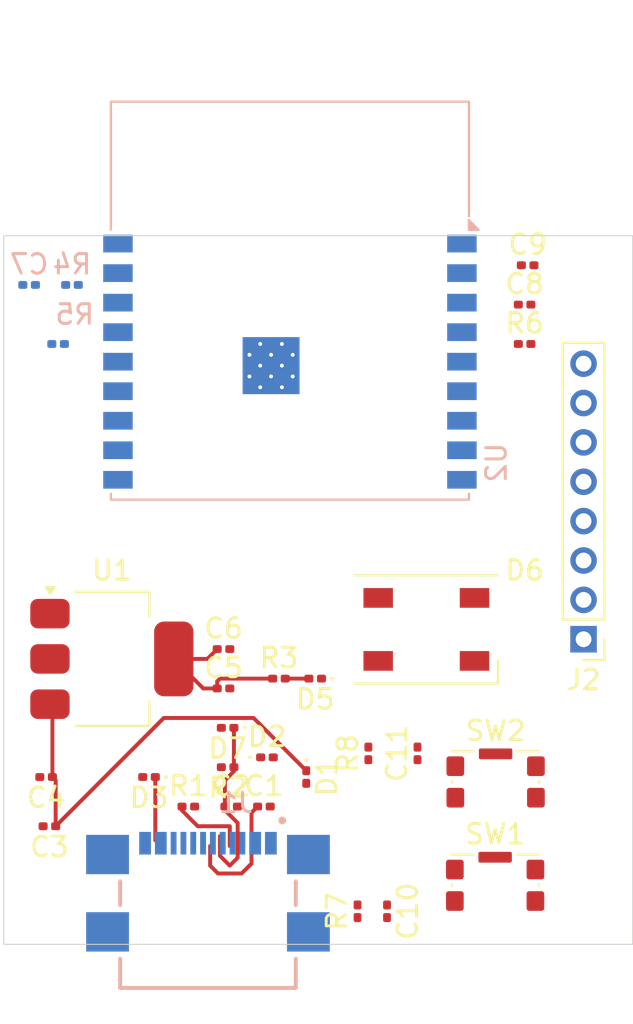
<source format=kicad_pcb>
(kicad_pcb (version 20240108) (generator "pcbnew") (generator_version "8.0")
  (layers (0 "F.Cu" signal) (31 "B.Cu" signal) (34 "B.Paste" user) (35 "F.Paste" user) (36 "B.SilkS" user "B.Silkscreen") (37 "F.SilkS" user "F.Silkscreen") (38 "B.Mask" user) (39 "F.Mask" user) (44 "Edge.Cuts" user))
  (net 0 "")
  (net 1 "/D+")
  (net 2 "GND")
  (net 3 "/D-")
  (net 4 "VCC_5V")
  (net 5 "ESP_3v3")
  (net 6 "/CHIP_PU")
  (net 7 "/GPIO9")
  (net 8 "Net-(D1-A)")
  (net 9 "Net-(D5-A)")
  (net 11 "/RGB")
  (net 12 "Net-(J1-CC1)")
  (net 13 "Net-(U2-IO8)")
  (net 14 "CS")
  (net 16 "DIN")
  (net 17 "DC")
  (net 18 "CLK")
  (net 21 "BL")
  (net 22 "RTS")
  (footprint "Diode_SMD:D_0201_0603Metric" (layer "F.Cu") (at 62.39 72.5 -90)
    (property "Reference" "D1" (at 0 -1.05 -90) (layer "F.SilkS"))
    (property "Value" "1N5819" (hide yes))
    (fp_circle (center -0.86 0) (end -0.81 0) (stroke (width 0.1)) (fill none) (layer "F.SilkS"))
    (pad "1" smd roundrect (at -0.32 0 270) (size 0.46 0.4) (layers "F.Cu" "F.Mask") (net 4 "VCC_5V"))
    (pad "2" smd roundrect (at 0.32 0 270) (size 0.46 0.4) (layers "F.Cu" "F.Mask") (net 8 "Net-(D1-A)"))
  )
  (footprint "Connector_PinHeader_2.00mm:PinHeader_1x08_P2.00mm_Vertical" (layer "F.Cu") (at 76.5 65.5 180)
    (property "Reference" "J2" (at 0 -2.06 0) (layer "F.SilkS"))
    (property "Value" "Conn_01x08_Pin" (hide yes))
    (fp_line (start 1.06 1) (end 1.06 15.06) (stroke (width 0.12)) (layer "F.SilkS"))
    (fp_line (start -1.06 15.06) (end 1.06 15.06) (stroke (width 0.12)) (layer "F.SilkS"))
    (fp_line (start -1.06 1) (end 1.06 1) (stroke (width 0.12)) (layer "F.SilkS"))
    (fp_line (start -1.06 1) (end -1.06 15.06) (stroke (width 0.12)) (layer "F.SilkS"))
    (fp_line (start -1.06 0) (end -1.06 -1.06) (stroke (width 0.12)) (layer "F.SilkS"))
    (fp_line (start -1.06 -1.06) (end 0 -1.06) (stroke (width 0.12)) (layer "F.SilkS"))
    (pad "1" thru_hole rect (at 0 0 180) (size 1.35 1.35) (drill 0.8) (layers "*.Cu" "*.Mask") (net 5 "ESP_3v3"))
    (pad "2" thru_hole oval (at 0 2 180) (size 1.35 1.35) (drill 0.8) (layers "*.Cu" "*.Mask") (net 2 "GND"))
    (pad "3" thru_hole oval (at 0 4 180) (size 1.35 1.35) (drill 0.8) (layers "*.Cu" "*.Mask") (net 16 "DIN"))
    (pad "4" thru_hole oval (at 0 6 180) (size 1.35 1.35) (drill 0.8) (layers "*.Cu" "*.Mask") (net 18 "CLK"))
    (pad "5" thru_hole oval (at 0 8 180) (size 1.35 1.35) (drill 0.8) (layers "*.Cu" "*.Mask") (net 14 "CS"))
    (pad "6" thru_hole oval (at 0 10 180) (size 1.35 1.35) (drill 0.8) (layers "*.Cu" "*.Mask") (net 17 "DC"))
    (pad "7" thru_hole oval (at 0 12 180) (size 1.35 1.35) (drill 0.8) (layers "*.Cu" "*.Mask") (net 22 "RTS"))
    (pad "8" thru_hole oval (at 0 14 180) (size 1.35 1.35) (drill 0.8) (layers "*.Cu" "*.Mask") (net 21 "BL"))
  )
  (footprint "Capacitor_SMD:C_0201_0603Metric" (layer "F.Cu") (at 58.18 66)
    (property "Reference" "C6" (at 0 -1.05 0) (layer "F.SilkS"))
    (property "Value" "100nF" (hide yes))
    (pad "1" smd roundrect (at -0.32 0) (size 0.46 0.4) (layers "F.Cu" "F.Mask") (net 5 "ESP_3v3"))
    (pad "2" smd roundrect (at 0.32 0) (size 0.46 0.4) (layers "F.Cu" "F.Mask") (net 2 "GND"))
  )
  (footprint "Capacitor_SMD:C_0201_0603Metric" (layer "F.Cu") (at 49.155 72.5 180)
    (property "Reference" "C4" (at 0 -1.05 0) (layer "F.SilkS"))
    (property "Value" "100nF" (hide yes))
    (pad "1" smd roundrect (at -0.32 0 180) (size 0.46 0.4) (layers "F.Cu" "F.Mask") (net 4 "VCC_5V"))
    (pad "2" smd roundrect (at 0.32 0 180) (size 0.46 0.4) (layers "F.Cu" "F.Mask") (net 2 "GND"))
  )
  (footprint "Capacitor_SMD:C_0201_0603Metric" (layer "F.Cu") (at 73.5 48.5)
    (property "Reference" "C8" (at 0 -1.05 0) (layer "F.SilkS"))
    (property "Value" "100nF" (hide yes))
    (pad "1" smd roundrect (at -0.32 0) (size 0.46 0.4) (layers "F.Cu" "F.Mask") (net 5 "ESP_3v3"))
    (pad "2" smd roundrect (at 0.32 0) (size 0.46 0.4) (layers "F.Cu" "F.Mask") (net 2 "GND"))
  )
  (footprint "Package_TO_SOT_SMD:SOT-223-3_TabPin2" (layer "F.Cu") (at 52.5 66.5)
    (property "Reference" "U1" (at 0 -4.5 0) (layer "F.SilkS"))
    (property "Value" "AMS1117-3.3" (hide yes))
    (fp_line (start -1.85 -3.41) (end 1.91 -3.41) (stroke (width 0.12)) (layer "F.SilkS"))
    (fp_line (start -1.85 3.41) (end 1.91 3.41) (stroke (width 0.12)) (layer "F.SilkS"))
    (fp_line (start 1.91 -3.41) (end 1.91 -2.15) (stroke (width 0.12)) (layer "F.SilkS"))
    (fp_line (start 1.91 3.41) (end 1.91 2.15) (stroke (width 0.12)) (layer "F.SilkS"))
    (fp_poly (pts (xy -3.13 -3.31) (xy -3.37 -3.64) (xy -2.89 -3.64) (xy -3.13 -3.31)) (stroke (width 0.12)) (fill solid) (layer "F.SilkS"))
    (pad "1" smd roundrect (at -3.15 -2.3) (size 2 1.5) (layers "F.Cu" "F.Paste" "F.Mask") (net 2 "GND"))
    (pad "2" smd roundrect (at -3.15 0) (size 2 1.5) (layers "F.Cu" "F.Paste" "F.Mask") (net 5 "ESP_3v3"))
    (pad "2" smd roundrect (at 3.15 0) (size 2 3.8) (layers "F.Cu" "F.Paste" "F.Mask") (net 5 "ESP_3v3"))
    (pad "3" smd roundrect (at -3.15 2.3) (size 2 1.5) (layers "F.Cu" "F.Paste" "F.Mask") (net 4 "VCC_5V"))
  )
  (footprint "Capacitor_SMD:C_0201_0603Metric" (layer "F.Cu") (at 58.18 68)
    (property "Reference" "C5" (at 0 -1.05 0) (layer "F.SilkS"))
    (property "Value" "10uF" (hide yes))
    (pad "1" smd roundrect (at -0.32 0) (size 0.46 0.4) (layers "F.Cu" "F.Mask") (net 5 "ESP_3v3"))
    (pad "2" smd roundrect (at 0.32 0) (size 0.46 0.4) (layers "F.Cu" "F.Mask") (net 2 "GND"))
  )
  (footprint "Resistor_SMD:R_0201_0603Metric" (layer "F.Cu") (at 58.39 72 180)
    (property "Reference" "R2" (at 0 -1.05 0) (layer "F.SilkS"))
    (property "Value" "5K" (hide yes))
    (pad "1" smd roundrect (at -0.32 0 180) (size 0.46 0.4) (layers "F.Cu" "F.Mask") (net 3 "/D-"))
    (pad "2" smd roundrect (at 0.32 0 180) (size 0.46 0.4) (layers "F.Cu" "F.Mask") (net 2 "GND"))
  )
  (footprint "Button_Switch_SMD:SW_SPST_CK_KMS2xxGP" (layer "F.Cu") (at 72.025 72.75)
    (property "Reference" "SW2" (at 0 -2.6 0) (layer "F.SilkS"))
    (property "Value" "CK_KMS2xxGP" (hide yes))
    (fp_line (start -2.21 -1.56) (end -1.11 -1.56) (stroke (width 0.12)) (layer "F.SilkS"))
    (fp_line (start -2.21 -0.04) (end -2.21 0.04) (stroke (width 0.12)) (layer "F.SilkS"))
    (fp_line (start 1.11 -1.56) (end 2.21 -1.56) (stroke (width 0.12)) (layer "F.SilkS"))
    (fp_line (start 2.21 -0.04) (end 2.21 0.04) (stroke (width 0.12)) (layer "F.SilkS"))
    (pad "" np_thru_hole circle (at -0.975 0.75) (size 0.9 0.9) (drill 0.9) (layers "F&B.Cu" "*.Mask"))
    (pad "" np_thru_hole circle (at 0.975 0.75) (size 0.9 0.9) (drill 0.9) (layers "F&B.Cu" "*.Mask"))
    (pad "1" smd roundrect (at -2.05 -0.8) (size 0.9 1) (layers "F.Cu" "F.Paste" "F.Mask") (roundrect_rratio 0.15) (net 2 "GND"))
    (pad "1" smd roundrect (at 2.05 -0.8) (size 0.9 1) (layers "F.Cu" "F.Paste" "F.Mask") (roundrect_rratio 0.15) (net 2 "GND"))
    (pad "2" smd roundrect (at -2.05 0.8) (size 0.9 1) (layers "F.Cu" "F.Paste" "F.Mask") (roundrect_rratio 0.15) (net 6 "/CHIP_PU"))
    (pad "2" smd roundrect (at 2.05 0.8) (size 0.9 1) (layers "F.Cu" "F.Paste" "F.Mask") (roundrect_rratio 0.15) (net 6 "/CHIP_PU"))
    (pad "SH" smd roundrect (at 0 -1.425) (size 1.7 0.55) (layers "F.Cu" "F.Paste" "F.Mask") (roundrect_rratio 0.15) (net 2 "GND"))
  )
  (footprint "Diode_SMD:D_0201_0603Metric" (layer "F.Cu") (at 54.39 72.5 180)
    (property "Reference" "D3" (at 0 -1.05 0) (layer "F.SilkS"))
    (property "Value" "~")
    (fp_circle (center -0.86 0) (end -0.81 0) (stroke (width 0.1)) (fill none) (layer "F.SilkS"))
    (pad "1" smd roundrect (at -0.32 0 180) (size 0.46 0.4) (layers "F.Cu" "F.Mask") (net 8 "Net-(D1-A)"))
    (pad "2" smd roundrect (at 0.32 0 180) (size 0.46 0.4) (layers "F.Cu" "F.Mask") (net 2 "GND"))
  )
  (footprint "Capacitor_SMD:C_0201_0603Metric" (layer "F.Cu") (at 73.655 46.5)
    (property "Reference" "C9" (at 0 -1.05 0) (layer "F.SilkS"))
    (property "Value" "10uF" (hide yes))
    (pad "1" smd roundrect (at -0.32 0) (size 0.46 0.4) (layers "F.Cu" "F.Mask") (net 5 "ESP_3v3"))
    (pad "2" smd roundrect (at 0.32 0) (size 0.46 0.4) (layers "F.Cu" "F.Mask") (net 2 "GND"))
  )
  (footprint "Diode_SMD:D_0201_0603Metric" (layer "F.Cu") (at 60.39 71.5)
    (property "Reference" "D2" (at 0 -1.05 0) (layer "F.SilkS"))
    (property "Value" "~")
    (fp_circle (center -0.86 0) (end -0.81 0) (stroke (width 0.1)) (fill none) (layer "F.SilkS"))
    (pad "1" smd roundrect (at -0.32 0) (size 0.46 0.4) (layers "F.Cu" "F.Mask") (net 1 "/D+"))
    (pad "2" smd roundrect (at 0.32 0) (size 0.46 0.4) (layers "F.Cu" "F.Mask") (net 2 "GND"))
  )
  (footprint "Capacitor_SMD:C_0201_0603Metric" (layer "F.Cu") (at 49.32 75 180)
    (property "Reference" "C3" (at 0 -1.05 0) (layer "F.SilkS"))
    (property "Value" "10uF" (hide yes))
    (pad "1" smd roundrect (at -0.32 0 180) (size 0.46 0.4) (layers "F.Cu" "F.Mask") (net 4 "VCC_5V"))
    (pad "2" smd roundrect (at 0.32 0 180) (size 0.46 0.4) (layers "F.Cu" "F.Mask") (net 2 "GND"))
  )
  (footprint "Capacitor_SMD:C_0201_0603Metric" (layer "F.Cu") (at 68.05 71.3 90)
    (property "Reference" "C11" (at 0 -1.05 90) (layer "F.SilkS"))
    (property "Value" "100nF" (hide yes))
    (pad "1" smd roundrect (at -0.32 0 90) (size 0.46 0.4) (layers "F.Cu" "F.Mask") (net 6 "/CHIP_PU"))
    (pad "2" smd roundrect (at 0.32 0 90) (size 0.46 0.4) (layers "F.Cu" "F.Mask") (net 2 "GND"))
  )
  (footprint "Resistor_SMD:R_0201_0603Metric" (layer "F.Cu") (at 73.5 50.5)
    (property "Reference" "R6" (at 0 -1.05 0) (layer "F.SilkS"))
    (property "Value" "10K" (hide yes))
    (pad "1" smd roundrect (at -0.32 0) (size 0.46 0.4) (layers "F.Cu" "F.Mask") (net 5 "ESP_3v3"))
    (pad "2" smd roundrect (at 0.32 0) (size 0.46 0.4) (layers "F.Cu" "F.Mask") (net 13 "Net-(U2-IO8)"))
  )
  (footprint "LED_SMD:LED_SK6812_PLCC4_5.0x5.0mm_P3.2mm" (layer "F.Cu") (at 68.5 65)
    (property "Reference" "D6" (at 5 -3 0) (layer "F.SilkS"))
    (property "Value" "SK6812")
    (fp_line (start -3.65 -2.75) (end 3.65 -2.75) (stroke (width 0.12)) (layer "F.SilkS"))
    (fp_line (start -3.65 2.75) (end 3.65 2.75) (stroke (width 0.12)) (layer "F.SilkS"))
    (fp_line (start 3.65 2.75) (end 3.65 1.6) (stroke (width 0.12)) (layer "F.SilkS"))
    (pad "1" smd rect (at 2.45 1.6) (size 1.5 1) (layers "F.Cu" "F.Paste" "F.Mask") (net 2 "GND"))
    (pad "2" smd rect (at 2.45 -1.6) (size 1.5 1) (layers "F.Cu" "F.Paste" "F.Mask") (net 11 "/RGB"))
    (pad "3" smd rect (at -2.45 -1.6) (size 1.5 1) (layers "F.Cu" "F.Paste" "F.Mask") (net 5 "ESP_3v3"))
    (pad "4" smd rect (at -2.45 1.6) (size 1.5 1) (layers "F.Cu" "F.Paste" "F.Mask"))
  )
  (footprint "Diode_SMD:D_0201_0603Metric" (layer "F.Cu") (at 58.39 70 180)
    (property "Reference" "D7" (at 0 -1.05 0) (layer "F.SilkS"))
    (property "Value" "~")
    (fp_circle (center -0.86 0) (end -0.81 0) (stroke (width 0.1)) (fill none) (layer "F.SilkS"))
    (pad "1" smd roundrect (at -0.32 0 180) (size 0.46 0.4) (layers "F.Cu" "F.Mask") (net 3 "/D-"))
    (pad "2" smd roundrect (at 0.32 0 180) (size 0.46 0.4) (layers "F.Cu" "F.Mask") (net 2 "GND"))
  )
  (footprint "Resistor_SMD:R_0201_0603Metric" (layer "F.Cu") (at 56.39 74)
    (property "Reference" "R1" (at 0 -1.05 0) (layer "F.SilkS"))
    (property "Value" "5k" (hide yes))
    (pad "1" smd roundrect (at -0.32 0) (size 0.46 0.4) (layers "F.Cu" "F.Mask") (net 12 "Net-(J1-CC1)"))
    (pad "2" smd roundrect (at 0.32 0) (size 0.46 0.4) (layers "F.Cu" "F.Mask") (net 2 "GND"))
  )
  (footprint "Resistor_SMD:R_0201_0603Metric" (layer "F.Cu") (at 65 79.32 90)
    (property "Reference" "R7" (at 0 -1.05 90) (layer "F.SilkS"))
    (property "Value" "10K" (hide yes))
    (pad "1" smd roundrect (at -0.32 0 90) (size 0.46 0.4) (layers "F.Cu" "F.Mask") (net 5 "ESP_3v3"))
    (pad "2" smd roundrect (at 0.32 0 90) (size 0.46 0.4) (layers "F.Cu" "F.Mask") (net 7 "/GPIO9"))
  )
  (footprint "Capacitor_SMD:C_0201_0603Metric" (layer "F.Cu") (at 58.57 74)
    (property "Reference" "C2" (at 0 -1.05 0) (layer "F.SilkS"))
    (property "Value" "22pF" (hide yes))
    (pad "1" smd roundrect (at -0.32 0) (size 0.46 0.4) (layers "F.Cu" "F.Mask") (net 3 "/D-"))
    (pad "2" smd roundrect (at 0.32 0) (size 0.46 0.4) (layers "F.Cu" "F.Mask") (net 2 "GND"))
  )
  (footprint "LED_SMD:LED_0201_0603Metric" (layer "F.Cu") (at 62.845 67.5 180)
    (property "Reference" "D5" (at 0 -1.05 0) (layer "F.SilkS"))
    (property "Value" "LED" (hide yes))
    (fp_circle (center -0.86 0) (end -0.81 0) (stroke (width 0.1)) (fill none) (layer "F.SilkS"))
    (pad "1" smd roundrect (at -0.32 0 180) (size 0.46 0.4) (layers "F.Cu" "F.Mask") (net 2 "GND"))
    (pad "2" smd roundrect (at 0.32 0 180) (size 0.46 0.4) (layers "F.Cu" "F.Mask") (net 9 "Net-(D5-A)"))
  )
  (footprint "Resistor_SMD:R_0201_0603Metric" (layer "F.Cu") (at 65.55 71.3 90)
    (property "Reference" "R8" (at 0 -1.05 90) (layer "F.SilkS"))
    (property "Value" "10K" (hide yes))
    (pad "1" smd roundrect (at -0.32 0 90) (size 0.46 0.4) (layers "F.Cu" "F.Mask") (net 5 "ESP_3v3"))
    (pad "2" smd roundrect (at 0.32 0 90) (size 0.46 0.4) (layers "F.Cu" "F.Mask") (net 6 "/CHIP_PU"))
  )
  (footprint "Button_Switch_SMD:SW_SPST_CK_KMS2xxGP" (layer "F.Cu") (at 72 78)
    (property "Reference" "SW1" (at 0 -2.6 0) (layer "F.SilkS"))
    (property "Value" "CK_KMS2xxGP" (hide yes))
    (fp_line (start -2.21 -1.56) (end -1.11 -1.56) (stroke (width 0.12)) (layer "F.SilkS"))
    (fp_line (start -2.21 -0.04) (end -2.21 0.04) (stroke (width 0.12)) (layer "F.SilkS"))
    (fp_line (start 1.11 -1.56) (end 2.21 -1.56) (stroke (width 0.12)) (layer "F.SilkS"))
    (fp_line (start 2.21 -0.04) (end 2.21 0.04) (stroke (width 0.12)) (layer "F.SilkS"))
    (pad "" np_thru_hole circle (at -0.975 0.75) (size 0.9 0.9) (drill 0.9) (layers "F&B.Cu" "*.Mask"))
    (pad "" np_thru_hole circle (at 0.975 0.75) (size 0.9 0.9) (drill 0.9) (layers "F&B.Cu" "*.Mask"))
    (pad "1" smd roundrect (at -2.05 -0.8) (size 0.9 1) (layers "F.Cu" "F.Paste" "F.Mask") (roundrect_rratio 0.15) (net 2 "GND"))
    (pad "1" smd roundrect (at 2.05 -0.8) (size 0.9 1) (layers "F.Cu" "F.Paste" "F.Mask") (roundrect_rratio 0.15) (net 2 "GND"))
    (pad "2" smd roundrect (at -2.05 0.8) (size 0.9 1) (layers "F.Cu" "F.Paste" "F.Mask") (roundrect_rratio 0.15) (net 7 "/GPIO9"))
    (pad "2" smd roundrect (at 2.05 0.8) (size 0.9 1) (layers "F.Cu" "F.Paste" "F.Mask") (roundrect_rratio 0.15) (net 7 "/GPIO9"))
    (pad "SH" smd roundrect (at 0 -1.425) (size 1.7 0.55) (layers "F.Cu" "F.Paste" "F.Mask") (roundrect_rratio 0.15) (net 2 "GND"))
  )
  (footprint "Capacitor_SMD:C_0201_0603Metric" (layer "F.Cu") (at 66.5 79.32 -90)
    (property "Reference" "C10" (at 0 -1.05 90) (layer "F.SilkS"))
    (property "Value" "100nF" (hide yes))
    (pad "1" smd roundrect (at -0.32 0 270) (size 0.46 0.4) (layers "F.Cu" "F.Mask") (net 7 "/GPIO9"))
    (pad "2" smd roundrect (at 0.32 0 270) (size 0.46 0.4) (layers "F.Cu" "F.Mask") (net 2 "GND"))
  )
  (footprint "Resistor_SMD:R_0201_0603Metric" (layer "F.Cu") (at 61 67.5)
    (property "Reference" "R3" (at 0 -1.05 0) (layer "F.SilkS"))
    (property "Value" "75R" (hide yes))
    (pad "1" smd roundrect (at -0.32 0) (size 0.46 0.4) (layers "F.Cu" "F.Mask") (net 5 "ESP_3v3"))
    (pad "2" smd roundrect (at 0.32 0) (size 0.46 0.4) (layers "F.Cu" "F.Mask") (net 9 "Net-(D5-A)"))
  )
  (footprint "Capacitor_SMD:C_0201_0603Metric" (layer "F.Cu") (at 60.235 74)
    (property "Reference" "C1" (at 0 -1.05 0) (layer "F.SilkS"))
    (property "Value" "22pF" (hide yes))
    (pad "1" smd roundrect (at -0.32 0) (size 0.46 0.4) (layers "F.Cu" "F.Mask") (net 1 "/D+"))
    (pad "2" smd roundrect (at 0.32 0) (size 0.46 0.4) (layers "F.Cu" "F.Mask") (net 2 "GND"))
  )
  (footprint "RF_Module:ESP32-C3-WROOM-02" (layer "B.Cu") (at 61.56 51.4 180)
    (property "Reference" "U2" (at -10.5 -5.13 90) (layer "B.SilkS") (effects (justify mirror)))
    (property "Value" "ESP32-C3-WROOM-02")
    (fp_line (start 9.11 13.21) (end -9.11 13.21) (stroke (width 0.12)) (layer "B.SilkS"))
    (fp_line (start 9.11 6.71) (end 9.11 13.21) (stroke (width 0.12)) (layer "B.SilkS"))
    (fp_line (start 9.11 -7.01) (end 9.11 -6.71) (stroke (width 0.12)) (layer "B.SilkS"))
    (fp_line (start 9.11 -7.01) (end -9.11 -7.01) (stroke (width 0.12)) (layer "B.SilkS"))
    (fp_line (start -9.11 7.4) (end -9.11 13.21) (stroke (width 0.12)) (layer "B.SilkS"))
    (fp_line (start -9.11 -7.01) (end -9.11 -6.71) (stroke (width 0.12)) (layer "B.SilkS"))
    (fp_poly (pts (xy -9.1 6.7) (xy -9.6 6.7) (xy -9.1 7.2) (xy -9.1 6.7)) (stroke (width 0.12)) (fill solid) (layer "B.SilkS"))
    (pad "1" smd rect (at -8.75 6 180) (size 1.5 0.9) (layers "B.Cu" "B.Paste" "B.Mask") (net 5 "ESP_3v3"))
    (pad "2" smd rect (at -8.75 4.5 180) (size 1.5 0.9) (layers "B.Cu" "B.Paste" "B.Mask") (net 6 "/CHIP_PU"))
    (pad "3" smd rect (at -8.75 3 180) (size 1.5 0.9) (layers "B.Cu" "B.Paste" "B.Mask") (net 17 "DC"))
    (pad "4" smd rect (at -8.75 1.5 180) (size 1.5 0.9) (layers "B.Cu" "B.Paste" "B.Mask") (net 14 "CS"))
    (pad "5" smd rect (at -8.75 0 180) (size 1.5 0.9) (layers "B.Cu" "B.Paste" "B.Mask") (net 18 "CLK"))
    (pad "6" smd rect (at -8.75 -1.5 180) (size 1.5 0.9) (layers "B.Cu" "B.Paste" "B.Mask") (net 16 "DIN"))
    (pad "7" smd rect (at -8.75 -3 180) (size 1.5 0.9) (layers "B.Cu" "B.Paste" "B.Mask") (net 13 "Net-(U2-IO8)"))
    (pad "8" smd rect (at -8.75 -4.5 180) (size 1.5 0.9) (layers "B.Cu" "B.Paste" "B.Mask") (net 7 "/GPIO9"))
    (pad "9" smd rect (at -8.75 -6 180) (size 1.5 0.9) (layers "B.Cu" "B.Paste" "B.Mask") (net 2 "GND"))
    (pad "10" smd rect (at 8.75 -6 180) (size 1.5 0.9) (layers "B.Cu" "B.Paste" "B.Mask"))
    (pad "11" smd rect (at 8.75 -4.5 180) (size 1.5 0.9) (layers "B.Cu" "B.Paste" "B.Mask"))
    (pad "12" smd rect (at 8.75 -3 180) (size 1.5 0.9) (layers "B.Cu" "B.Paste" "B.Mask"))
    (pad "13" smd rect (at 8.75 -1.5 180) (size 1.5 0.9) (layers "B.Cu" "B.Paste" "B.Mask") (net 3 "/D-"))
    (pad "14" smd rect (at 8.75 0 180) (size 1.5 0.9) (layers "B.Cu" "B.Paste" "B.Mask") (net 1 "/D+"))
    (pad "15" smd rect (at 8.75 1.5 180) (size 1.5 0.9) (layers "B.Cu" "B.Paste" "B.Mask") (net 22 "RTS"))
    (pad "16" smd rect (at 8.75 3 180) (size 1.5 0.9) (layers "B.Cu" "B.Paste" "B.Mask") (net 6 "/CHIP_PU"))
    (pad "17" smd rect (at 8.75 4.5 180) (size 1.5 0.9) (layers "B.Cu" "B.Paste" "B.Mask") (net 21 "BL"))
    (pad "18" smd rect (at 8.75 6 180) (size 1.5 0.9) (layers "B.Cu" "B.Paste" "B.Mask") (net 11 "/RGB"))
    (pad "19" thru_hole circle (at -0.14 -0.75 180) (size 0.6 0.6) (drill 0.2) (property pad_prop_heatsink) (layers "*.Cu" "B.Mask") (net 2 "GND"))
    (pad "19" thru_hole circle (at -0.14 0.35 180) (size 0.6 0.6) (drill 0.2) (property pad_prop_heatsink) (layers "*.Cu" "B.Mask") (net 2 "GND"))
    (pad "19" thru_hole circle (at 0.41 -1.3 180) (size 0.6 0.6) (drill 0.2) (property pad_prop_heatsink) (layers "*.Cu" "B.Mask") (net 2 "GND"))
    (pad "19" thru_hole circle (at 0.41 -0.2 180) (size 0.6 0.6) (drill 0.2) (property pad_prop_heatsink) (layers "*.Cu" "B.Mask") (net 2 "GND"))
    (pad "19" thru_hole circle (at 0.41 0.9 180) (size 0.6 0.6) (drill 0.2) (property pad_prop_heatsink) (layers "*.Cu" "B.Mask") (net 2 "GND"))
    (pad "19" thru_hole circle (at 0.96 -0.75 180) (size 0.6 0.6) (drill 0.2) (property pad_prop_heatsink) (layers "*.Cu" "B.Mask") (net 2 "GND"))
    (pad "19" smd rect (at 0.96 -0.2 180) (size 2.9 2.9) (layers "B.Cu" "B.Mask") (net 2 "GND"))
    (pad "19" thru_hole circle (at 0.96 0.35 180) (size 0.6 0.6) (drill 0.2) (property pad_prop_heatsink) (layers "*.Cu" "B.Mask") (net 2 "GND"))
    (pad "19" thru_hole circle (at 1.51 -1.3 180) (size 0.6 0.6) (drill 0.2) (property pad_prop_heatsink) (layers "*.Cu" "B.Mask") (net 2 "GND"))
    (pad "19" thru_hole circle (at 1.51 -0.2 180) (size 0.6 0.6) (drill 0.2) (property pad_prop_heatsink) (layers "*.Cu" "B.Mask") (net 2 "GND"))
    (pad "19" thru_hole circle (at 1.51 0.9 180) (size 0.6 0.6) (drill 0.2) (property pad_prop_heatsink) (layers "*.Cu" "B.Mask") (net 2 "GND"))
    (pad "19" thru_hole circle (at 2.06 -0.75 180) (size 0.6 0.6) (drill 0.2) (property pad_prop_heatsink) (layers "*.Cu" "B.Mask") (net 2 "GND"))
    (pad "19" thru_hole circle (at 2.06 0.35 180) (size 0.6 0.6) (drill 0.2) (property pad_prop_heatsink) (layers "*.Cu" "B.Mask") (net 2 "GND"))
  )
  (footprint "Resistor_SMD:R_0201_0603Metric" (layer "B.Cu") (at 50.47 47.5 180)
    (property "Reference" "R4" (at 0 1.05 0) (layer "B.SilkS") (effects (justify mirror)))
    (property "Value" "10K" (hide yes))
    (pad "1" smd roundrect (at -0.32 0 180) (size 0.46 0.4) (layers "B.Cu" "B.Mask") (net 5 "ESP_3v3"))
    (pad "2" smd roundrect (at 0.32 0 180) (size 0.46 0.4) (layers "B.Cu" "B.Mask") (net 6 "/CHIP_PU"))
  )
  (footprint "Capacitor_SMD:C_0201_0603Metric" (layer "B.Cu") (at 48.29 47.5 180)
    (property "Reference" "C7" (at 0 1.05 0) (layer "B.SilkS") (effects (justify mirror)))
    (property "Value" "1uF")
    (pad "1" smd roundrect (at -0.32 0 180) (size 0.46 0.4) (layers "B.Cu" "B.Mask") (net 6 "/CHIP_PU"))
    (pad "2" smd roundrect (at 0.32 0 180) (size 0.46 0.4) (layers "B.Cu" "B.Mask") (net 2 "GND"))
  )
  (footprint "USB4110GFA:GCT_USB4110GFA" (layer "B.Cu") (at 57.39 76.9375 180)
    (property "Reference" "J1" (at -1.425 3.135 0) (layer "B.SilkS") (effects (justify mirror)))
    (property "Value" "USB4110GFA")
    (fp_line (start 4.47 -2.07) (end 4.47 -0.86) (stroke (width 0.2)) (layer "B.SilkS"))
    (fp_line (start 4.47 -4.79) (end 4.47 -6.28) (stroke (width 0.2)) (layer "B.SilkS"))
    (fp_line (start 4.47 -6.28) (end -4.47 -6.28) (stroke (width 0.2)) (layer "B.SilkS"))
    (fp_line (start -4.47 -2.07) (end -4.47 -0.86) (stroke (width 0.2)) (layer "B.SilkS"))
    (fp_line (start -4.47 -6.28) (end -4.47 -4.79) (stroke (width 0.2)) (layer "B.SilkS"))
    (fp_circle (center -3.78 2.23) (end -3.68 2.23) (stroke (width 0.2)) (fill none) (layer "B.SilkS"))
    (pad "" np_thru_hole circle (at -2.89 0 180) (size 0.65 0.65) (drill 0.65) (layers "*.Cu" "*.Mask"))
    (pad "" np_thru_hole circle (at 2.89 0 180) (size 0.65 0.65) (drill 0.65) (layers "*.Cu" "*.Mask"))
    (pad "A1/B12" smd rect (at -3.2 1.075 180) (size 0.6 1.15) (layers "B.Cu" "B.Paste" "B.Mask") (net 2 "GND"))
    (pad "A4/B9" smd rect (at -2.4 1.075 180) (size 0.6 1.15) (layers "B.Cu" "B.Paste" "B.Mask") (net 8 "Net-(D1-A)"))
    (pad "A5" smd rect (at -1.25 1.075 180) (size 0.3 1.15) (layers "B.Cu" "B.Paste" "B.Mask") (net 12 "Net-(J1-CC1)"))
    (pad "A6" smd rect (at -0.25 1.075 180) (size 0.3 1.15) (layers "B.Cu" "B.Paste" "B.Mask") (net 1 "/D+"))
    (pad "A7" smd rect (at 0.25 1.075 180) (size 0.3 1.15) (layers "B.Cu" "B.Paste" "B.Mask") (net 3 "/D-"))
    (pad "A8" smd rect (at 1.25 1.075 180) (size 0.3 1.15) (layers "B.Cu" "B.Paste" "B.Mask"))
    (pad "B1/A12" smd rect (at 3.2 1.075 180) (size 0.6 1.15) (layers "B.Cu" "B.Paste" "B.Mask") (net 2 "GND"))
    (pad "B4/A9" smd rect (at 2.4 1.075 180) (size 0.6 1.15) (layers "B.Cu" "B.Paste" "B.Mask") (net 8 "Net-(D1-A)"))
    (pad "B5" smd rect (at 1.75 1.075 180) (size 0.3 1.15) (layers "B.Cu" "B.Paste" "B.Mask") (net 2 "GND"))
    (pad "B6" smd rect (at 0.75 1.075 180) (size 0.3 1.15) (layers "B.Cu" "B.Paste" "B.Mask") (net 1 "/D+"))
    (pad "B7" smd rect (at -0.75 1.075 180) (size 0.3 1.15) (layers "B.Cu" "B.Paste" "B.Mask") (net 3 "/D-"))
    (pad "B8" smd rect (at -1.75 1.075 180) (size 0.3 1.15) (layers "B.Cu" "B.Paste" "B.Mask"))
    (pad "S1" smd rect (at -5.11 0.5 180) (size 2.18 2) (layers "B.Cu" "B.Paste" "B.Mask") (net 2 "GND"))
    (pad "S2" smd rect (at 5.11 0.5 180) (size 2.18 2) (layers "B.Cu" "B.Paste" "B.Mask") (net 2 "GND"))
    (pad "S3" smd rect (at -5.11 -3.43 180) (size 2.18 2) (layers "B.Cu" "B.Paste" "B.Mask") (net 2 "GND"))
    (pad "S4" smd rect (at 5.11 -3.43 180) (size 2.18 2) (layers "B.Cu" "B.Paste" "B.Mask") (net 2 "GND"))
  )
  (footprint "Resistor_SMD:R_0201_0603Metric" (layer "B.Cu") (at 49.765 50.5 180)
    (property "Reference" "R5" (at -0.845 1.5 0) (layer "B.SilkS") (effects (justify mirror)))
    (property "Value" "10K" (hide yes))
    (pad "1" smd roundrect (at -0.32 0 180) (size 0.46 0.4) (layers "B.Cu" "B.Mask") (net 5 "ESP_3v3"))
    (pad "2" smd roundrect (at 0.32 0 180) (size 0.46 0.4) (layers "B.Cu" "B.Mask") (net 6 "/CHIP_PU"))
  )
  (gr_rect (start 47 45) (end 79 81) (stroke (width 0.05)) (fill none) (layer "Edge.Cuts"))
  (segment (start 57.9 77.4) (end 57.5 77) (width 0.2) (layer "F.Cu") (net 1))
  (segment (start 59.605 76.895) (end 59.1 77.4) (width 0.2) (layer "F.Cu") (net 1))
  (segment (start 57.5 77) (end 57.5 76) (width 0.2) (layer "F.Cu") (net 1))
  (segment (start 59.915 74) (end 59.605 74.31) (width 0.2) (layer "F.Cu") (net 1))
  (segment (start 59.605 74.31) (end 59.605 76.895) (width 0.2) (layer "F.Cu") (net 1))
  (segment (start 59.1 77.4) (end 57.9 77.4) (width 0.2) (layer "F.Cu") (net 1))
  (segment (start 58.25 72.67) (end 58.25 74) (width 0.2) (layer "F.Cu") (net 3))
  (segment (start 58.25 74.184315) (end 58.25 74) (width 0.2) (layer "F.Cu") (net 3))
  (segment (start 58.9 76.6) (end 58.9 74.834315) (width 0.2) (layer "F.Cu") (net 3))
  (segment (start 58.9 74.834315) (end 58.25 74.184315) (width 0.2) (layer "F.Cu") (net 3))
  (segment (start 58.71 70) (end 58.71 72) (width 0.2) (layer "F.Cu") (net 3))
  (segment (start 58.71 72) (end 58.71 72.21) (width 0.2) (layer "F.Cu") (net 3))
  (segment (start 58.5 77) (end 58.9 76.6) (width 0.2) (layer "F.Cu") (net 3))
  (segment (start 58 75.5) (end 58 76.5) (width 0.2) (layer "F.Cu") (net 3))
  (segment (start 58.71 72.21) (end 58.25 72.67) (width 0.2) (layer "F.Cu") (net 3))
  (segment (start 58 76.5) (end 58.5 77) (width 0.2) (layer "F.Cu") (net 3))
  (segment (start 49.64 75) (end 49.64 72.665) (width 0.2) (layer "F.Cu") (net 4))
  (segment (start 59.71 69.5) (end 62.39 72.18) (width 0.2) (layer "F.Cu") (net 4))
  (segment (start 49.64 72.665) (end 49.475 72.5) (width 0.2) (layer "F.Cu") (net 4))
  (segment (start 49.35 68.8) (end 49.475 68.925) (width 0.2) (layer "F.Cu") (net 4))
  (segment (start 49.64 75) (end 55.14 69.5) (width 0.2) (layer "F.Cu") (net 4))
  (segment (start 49.475 68.925) (end 49.475 72.5) (width 0.2) (layer "F.Cu") (net 4))
  (segment (start 55.14 69.5) (end 59.71 69.5) (width 0.2) (layer "F.Cu") (net 4))
  (segment (start 57.86 67.64) (end 58 67.5) (width 0.2) (layer "F.Cu") (net 5))
  (segment (start 57.86 68) (end 57.86 67.64) (width 0.2) (layer "F.Cu") (net 5))
  (segment (start 57.86 68) (end 57.15 68) (width 0.2) (layer "F.Cu") (net 5))
  (segment (start 57.36 66.5) (end 57.86 66) (width 0.2) (layer "F.Cu") (net 5))
  (segment (start 55.65 66.5) (end 57.36 66.5) (width 0.2) (layer "F.Cu") (net 5))
  (segment (start 57.15 68) (end 55.65 66.5) (width 0.2) (layer "F.Cu") (net 5))
  (segment (start 58 67.5) (end 60.68 67.5) (width 0.2) (layer "F.Cu") (net 5))
  (segment (start 54.71 75.71) (end 55 76) (width 0.2) (layer "F.Cu") (net 8))
  (segment (start 54.71 72.5) (end 54.71 75.71) (width 0.2) (layer "F.Cu") (net 8))
  (segment (start 61.32 67.5) (end 62.525 67.5) (width 0.2) (layer "F.Cu") (net 9))
  (segment (start 56.870001 75) (end 58.5 75) (width 0.2) (layer "F.Cu") (net 12))
  (segment (start 56.07 74) (end 56.07 74.199999) (width 0.2) (layer "F.Cu") (net 12))
  (segment (start 56.07 74.199999) (end 56.870001 75) (width 0.2) (layer "F.Cu") (net 12))
  (segment (start 58.5 75) (end 58.5 76) (width 0.2) (layer "F.Cu") (net 12))
)
</source>
